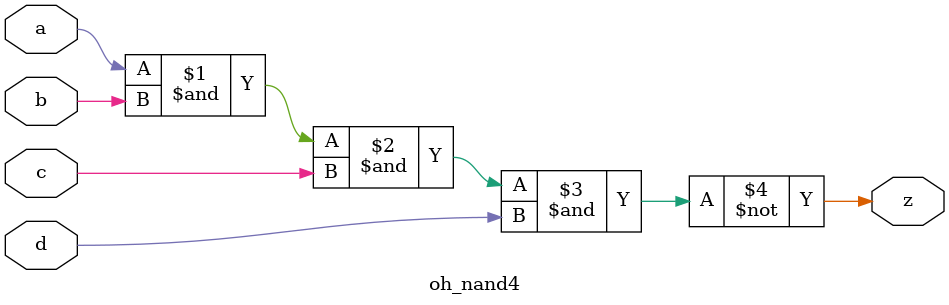
<source format=v>
module oh_nand4(	// file.cleaned.mlir:2:3
  input  a,	// file.cleaned.mlir:2:26
         b,	// file.cleaned.mlir:2:38
         c,	// file.cleaned.mlir:2:50
         d,	// file.cleaned.mlir:2:62
  output z	// file.cleaned.mlir:2:75
);

  assign z = ~(a & b & c & d);	// file.cleaned.mlir:4:10, :5:10, :6:5
endmodule


</source>
